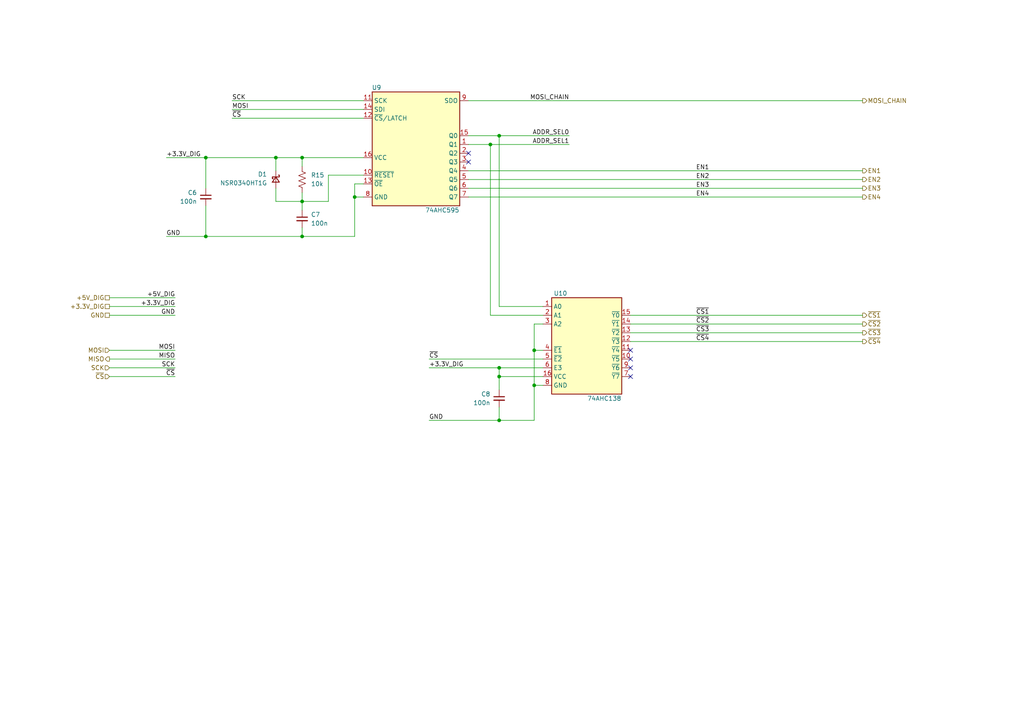
<source format=kicad_sch>
(kicad_sch (version 20230121) (generator eeschema)
  (paper "A4")
  (lib_symbols
    (symbol "Custom-Capacitor:CL10B104KB8NNWC" (pin_numbers hide) (pin_names (offset 0.254) hide)
      (property "Reference" "C" (at 0.254 1.778 0))
      (property "Value" "100n" (at 0.254 -2.032 0))
      (symbol "CL10B104KB8NNWC_0_1"
        (polyline (pts (xy -1.524 -0.508) (xy 1.524 -0.508)) (stroke (width 0.3302)))
        (polyline (pts (xy -1.524 0.508) (xy 1.524 0.508)) (stroke (width 0.3048)))
      )
      (symbol "CL10B104KB8NNWC_1_1"
        (pin passive line (at 0 2.54 270) (length 2.032) (name "~") (number "1"))
        (pin passive line (at 0 -2.54 90) (length 2.032) (name "~") (number "2"))
      )
    )
    (symbol "Custom-Diode:NSR0340HT1G" (pin_numbers hide) (pin_names (offset 1.016) hide)
      (property "Reference" "D" (at 0 2.54 0))
      (property "Value" "NSR0340HT1G" (at 0 -2.54 0))
      (symbol "NSR0340HT1G_0_1"
        (polyline (pts (xy -0.762 0) (xy 0.762 0)))
        (polyline (pts (xy 0.762 -1.016) (xy -0.762 0) (xy 0.762 1.016) (xy 0.762 -1.016)) (stroke (width 0.254)))
        (polyline (pts (xy -1.27 0.762) (xy -1.27 1.016) (xy -0.762 1.016) (xy -0.762 -1.016) (xy -0.254 -1.016) (xy -0.254 -0.762)) (stroke (width 0.254)))
      )
      (symbol "NSR0340HT1G_1_1"
        (pin passive line (at -2.54 0 0) (length 1.778) (name "K") (number "1"))
        (pin passive line (at 2.54 0 180) (length 1.778) (name "A") (number "2"))
      )
    )
    (symbol "Custom-InterfaceIC:74AHC595"
      (property "Reference" "U" (at -11.43 17.78 0))
      (property "Value" "74AHC595" (at -7.62 -17.78 0))
      (symbol "74AHC595_1_0"
        (pin tri_state line (at 15.24 1.27 180) (length 2.54) (name "Q1") (number "1"))
        (pin input line (at -15.24 -7.62 0) (length 2.54) (name "~{RESET}") (number "10"))
        (pin input line (at -15.24 13.97 0) (length 2.54) (name "SCK") (number "11"))
        (pin input line (at -15.24 8.89 0) (length 2.54) (name "~{CS}/LATCH") (number "12"))
        (pin input line (at -15.24 -10.16 0) (length 2.54) (name "~{OE}") (number "13"))
        (pin input line (at -15.24 11.43 0) (length 2.54) (name "SDI") (number "14"))
        (pin tri_state line (at 15.24 3.81 180) (length 2.54) (name "Q0") (number "15"))
        (pin power_in line (at -15.24 -2.54 0) (length 2.54) (name "VCC") (number "16"))
        (pin tri_state line (at 15.24 -1.27 180) (length 2.54) (name "Q2") (number "2"))
        (pin tri_state line (at 15.24 -3.81 180) (length 2.54) (name "Q3") (number "3"))
        (pin tri_state line (at 15.24 -6.35 180) (length 2.54) (name "Q4") (number "4"))
        (pin tri_state line (at 15.24 -8.89 180) (length 2.54) (name "Q5") (number "5"))
        (pin tri_state line (at 15.24 -11.43 180) (length 2.54) (name "Q6") (number "6"))
        (pin tri_state line (at 15.24 -13.97 180) (length 2.54) (name "Q7") (number "7"))
        (pin power_in line (at -15.24 -13.97 0) (length 2.54) (name "GND") (number "8"))
        (pin output line (at 15.24 13.97 180) (length 2.54) (name "SDO") (number "9"))
      )
      (symbol "74AHC595_1_1"
        (rectangle (start -12.7 16.51) (end 12.7 -16.51) (stroke (width 0.254)) (fill (type background)))
      )
    )
    (symbol "Custom-LogicIC:74AHC138"
      (property "Reference" "U" (at -8.89 15.24 0))
      (property "Value" "74AHC138" (at 5.08 -15.24 0))
      (symbol "74AHC138_1_0"
        (pin input line (at -12.7 11.43 0) (length 2.54) (name "A0") (number "1"))
        (pin output line (at 12.7 -3.81 180) (length 2.54) (name "~{Y5}") (number "10"))
        (pin output line (at 12.7 -1.27 180) (length 2.54) (name "~{Y4}") (number "11"))
        (pin output line (at 12.7 1.27 180) (length 2.54) (name "~{Y3}") (number "12"))
        (pin output line (at 12.7 3.81 180) (length 2.54) (name "~{Y2}") (number "13"))
        (pin output line (at 12.7 6.35 180) (length 2.54) (name "~{Y1}") (number "14"))
        (pin output line (at 12.7 8.89 180) (length 2.54) (name "~{Y0}") (number "15"))
        (pin power_in line (at -12.7 -8.89 0) (length 2.54) (name "VCC") (number "16"))
        (pin input line (at -12.7 8.89 0) (length 2.54) (name "A1") (number "2"))
        (pin input line (at -12.7 6.35 0) (length 2.54) (name "A2") (number "3"))
        (pin input line (at -12.7 -1.27 0) (length 2.54) (name "~{E1}") (number "4"))
        (pin input line (at -12.7 -3.81 0) (length 2.54) (name "~{E2}") (number "5"))
        (pin input line (at -12.7 -6.35 0) (length 2.54) (name "E3") (number "6"))
        (pin output line (at 12.7 -8.89 180) (length 2.54) (name "~{Y7}") (number "7"))
        (pin power_in line (at -12.7 -11.43 0) (length 2.54) (name "GND") (number "8"))
        (pin output line (at 12.7 -6.35 180) (length 2.54) (name "~{Y6}") (number "9"))
      )
      (symbol "74AHC138_1_1"
        (rectangle (start -10.16 13.97) (end 10.16 -13.97) (stroke (width 0.254)) (fill (type background)))
      )
    )
    (symbol "Custom-Resistor:RMCF0603FT10K0" (pin_numbers hide) (pin_names (offset 0))
      (property "Reference" "R" (at 2.54 0 90))
      (property "Value" "10k" (at -2.54 0 90))
      (symbol "RMCF0603FT10K0_0_1"
        (polyline (pts (xy 0 -2.286) (xy 0 -2.54)))
        (polyline (pts (xy 0 2.286) (xy 0 2.54)))
        (polyline (pts (xy 0 -0.762) (xy 1.016 -1.143) (xy 0 -1.524) (xy -1.016 -1.905) (xy 0 -2.286)))
        (polyline (pts (xy 0 0.762) (xy 1.016 0.381) (xy 0 0) (xy -1.016 -0.381) (xy 0 -0.762)))
        (polyline (pts (xy 0 2.286) (xy 1.016 1.905) (xy 0 1.524) (xy -1.016 1.143) (xy 0 0.762)))
      )
      (symbol "RMCF0603FT10K0_1_1"
        (pin passive line (at 0 3.81 270) (length 1.27) (name "~") (number "1"))
        (pin passive line (at 0 -3.81 90) (length 1.27) (name "~") (number "2"))
      )
    )
  )
  (junction (at 144.78 106.68))
  (junction (at 142.24 41.91))
  (junction (at 144.78 109.22))
  (junction (at 102.87 57.15))
  (junction (at 154.94 111.76))
  (junction (at 87.63 58.42))
  (junction (at 59.69 68.58))
  (junction (at 80.01 45.72))
  (junction (at 144.78 39.37))
  (junction (at 144.78 121.92))
  (junction (at 87.63 68.58))
  (junction (at 59.69 45.72))
  (junction (at 154.94 101.6))
  (junction (at 87.63 45.72))
  (no_connect (at 182.88 109.22))
  (no_connect (at 182.88 101.6))
  (no_connect (at 182.88 104.14))
  (no_connect (at 135.89 46.99))
  (no_connect (at 135.89 44.45))
  (no_connect (at 182.88 106.68))
  (wire (pts (xy 67.31 34.29) (xy 105.41 34.29)))
  (wire (pts (xy 144.78 109.22) (xy 144.78 113.03)))
  (wire (pts (xy 154.94 111.76) (xy 154.94 121.92)))
  (wire (pts (xy 87.63 45.72) (xy 87.63 48.26)))
  (wire (pts (xy 102.87 57.15) (xy 102.87 68.58)))
  (wire (pts (xy 124.46 106.68) (xy 144.78 106.68)))
  (wire (pts (xy 80.01 58.42) (xy 87.63 58.42)))
  (wire (pts (xy 105.41 53.34) (xy 102.87 53.34)))
  (wire (pts (xy 144.78 121.92) (xy 154.94 121.92)))
  (wire (pts (xy 154.94 101.6) (xy 154.94 93.98)))
  (wire (pts (xy 105.41 57.15) (xy 102.87 57.15)))
  (wire (pts (xy 95.25 58.42) (xy 95.25 50.8)))
  (wire (pts (xy 135.89 41.91) (xy 142.24 41.91)))
  (wire (pts (xy 124.46 104.14) (xy 157.48 104.14)))
  (wire (pts (xy 48.26 68.58) (xy 59.69 68.58)))
  (wire (pts (xy 144.78 118.11) (xy 144.78 121.92)))
  (wire (pts (xy 135.89 57.15) (xy 250.19 57.15)))
  (wire (pts (xy 50.8 91.44) (xy 31.75 91.44)))
  (wire (pts (xy 157.48 88.9) (xy 144.78 88.9)))
  (wire (pts (xy 142.24 41.91) (xy 165.1 41.91)))
  (wire (pts (xy 182.88 93.98) (xy 250.19 93.98)))
  (wire (pts (xy 59.69 54.61) (xy 59.69 45.72)))
  (wire (pts (xy 87.63 68.58) (xy 102.87 68.58)))
  (wire (pts (xy 144.78 88.9) (xy 144.78 39.37)))
  (wire (pts (xy 157.48 111.76) (xy 154.94 111.76)))
  (wire (pts (xy 144.78 106.68) (xy 144.78 109.22)))
  (wire (pts (xy 135.89 52.07) (xy 250.19 52.07)))
  (wire (pts (xy 59.69 68.58) (xy 59.69 59.69)))
  (wire (pts (xy 95.25 50.8) (xy 105.41 50.8)))
  (wire (pts (xy 144.78 39.37) (xy 165.1 39.37)))
  (wire (pts (xy 50.8 86.36) (xy 31.75 86.36)))
  (wire (pts (xy 154.94 93.98) (xy 157.48 93.98)))
  (wire (pts (xy 135.89 54.61) (xy 250.19 54.61)))
  (wire (pts (xy 50.8 106.68) (xy 31.75 106.68)))
  (wire (pts (xy 87.63 45.72) (xy 105.41 45.72)))
  (wire (pts (xy 87.63 58.42) (xy 95.25 58.42)))
  (wire (pts (xy 154.94 101.6) (xy 157.48 101.6)))
  (wire (pts (xy 48.26 45.72) (xy 59.69 45.72)))
  (wire (pts (xy 142.24 41.91) (xy 142.24 91.44)))
  (wire (pts (xy 67.31 31.75) (xy 105.41 31.75)))
  (wire (pts (xy 87.63 55.88) (xy 87.63 58.42)))
  (wire (pts (xy 87.63 58.42) (xy 87.63 60.96)))
  (wire (pts (xy 50.8 88.9) (xy 31.75 88.9)))
  (wire (pts (xy 157.48 106.68) (xy 144.78 106.68)))
  (wire (pts (xy 144.78 109.22) (xy 157.48 109.22)))
  (wire (pts (xy 124.46 121.92) (xy 144.78 121.92)))
  (wire (pts (xy 142.24 91.44) (xy 157.48 91.44)))
  (wire (pts (xy 59.69 45.72) (xy 80.01 45.72)))
  (wire (pts (xy 182.88 99.06) (xy 250.19 99.06)))
  (wire (pts (xy 182.88 96.52) (xy 250.19 96.52)))
  (wire (pts (xy 80.01 45.72) (xy 87.63 45.72)))
  (wire (pts (xy 50.8 101.6) (xy 31.75 101.6)))
  (wire (pts (xy 135.89 49.53) (xy 250.19 49.53)))
  (wire (pts (xy 87.63 66.04) (xy 87.63 68.58)))
  (wire (pts (xy 59.69 68.58) (xy 87.63 68.58)))
  (wire (pts (xy 135.89 29.21) (xy 250.19 29.21)))
  (wire (pts (xy 182.88 91.44) (xy 250.19 91.44)))
  (wire (pts (xy 154.94 111.76) (xy 154.94 101.6)))
  (wire (pts (xy 102.87 53.34) (xy 102.87 57.15)))
  (wire (pts (xy 67.31 29.21) (xy 105.41 29.21)))
  (wire (pts (xy 80.01 45.72) (xy 80.01 49.53)))
  (wire (pts (xy 135.89 39.37) (xy 144.78 39.37)))
  (wire (pts (xy 50.8 109.22) (xy 31.75 109.22)))
  (wire (pts (xy 50.8 104.14) (xy 31.75 104.14)))
  (wire (pts (xy 80.01 54.61) (xy 80.01 58.42)))
  (label "~{CS3}" (at 205.74 96.52 180))
  (label "MOSI_CHAIN" (at 165.1 29.21 180))
  (label "GND" (at 50.8 91.44 180))
  (label "MOSI" (at 50.8 101.6 180))
  (label "+3.3V_DIG" (at 124.46 106.68 0))
  (label "ADDR_SEL0" (at 165.1 39.37 180))
  (label "GND" (at 48.26 68.58 0))
  (label "~{CS4}" (at 205.74 99.06 180))
  (label "~{CS}" (at 50.8 109.22 180))
  (label "MISO" (at 50.8 104.14 180))
  (label "SCK" (at 50.8 106.68 180))
  (label "~{CS}" (at 124.46 104.14 0))
  (label "+3.3V_DIG" (at 48.26 45.72 0))
  (label "EN3" (at 205.74 54.61 180))
  (label "EN2" (at 205.74 52.07 180))
  (label "ADDR_SEL1" (at 165.1 41.91 180))
  (label "SCK" (at 67.31 29.21 0))
  (label "+5V_DIG" (at 50.8 86.36 180))
  (label "~{CS}" (at 67.31 34.29 0))
  (label "MOSI" (at 67.31 31.75 0))
  (label "EN1" (at 205.74 49.53 180))
  (label "~{CS2}" (at 205.74 93.98 180))
  (label "+3.3V_DIG" (at 50.8 88.9 180))
  (label "GND" (at 124.46 121.92 0))
  (label "EN4" (at 205.74 57.15 180))
  (label "~{CS1}" (at 205.74 91.44 180))
  (hierarchical_label "~{CS2}" (shape output) (at 250.19 93.98 0))
  (hierarchical_label "+3.3V_DIG" (shape passive) (at 31.75 88.9 180))
  (hierarchical_label "~{CS}" (shape input) (at 31.75 109.22 180))
  (hierarchical_label "MOSI" (shape input) (at 31.75 101.6 180))
  (hierarchical_label "MISO" (shape output) (at 31.75 104.14 180))
  (hierarchical_label "SCK" (shape input) (at 31.75 106.68 180))
  (hierarchical_label "EN1" (shape output) (at 250.19 49.53 0))
  (hierarchical_label "EN3" (shape output) (at 250.19 54.61 0))
  (hierarchical_label "+5V_DIG" (shape passive) (at 31.75 86.36 180))
  (hierarchical_label "EN2" (shape output) (at 250.19 52.07 0))
  (hierarchical_label "EN4" (shape output) (at 250.19 57.15 0))
  (hierarchical_label "~{CS1}" (shape output) (at 250.19 91.44 0))
  (hierarchical_label "GND" (shape passive) (at 31.75 91.44 180))
  (hierarchical_label "~{CS4}" (shape output) (at 250.19 99.06 0))
  (hierarchical_label "MOSI_CHAIN" (shape output) (at 250.19 29.21 0))
  (hierarchical_label "~{CS3}" (shape output) (at 250.19 96.52 0))
  (symbol (lib_id "Custom-Resistor:RMCF0603FT10K0") (at 87.63 52.07 0) (unit 1)
    (property "Reference" "R15" (at 90.17 50.8 0) (effects (justify left)))
    (property "Value" "10k" (at 90.17 53.34 0) (effects (justify left)))
    (property "Footprint" "Resistor_SMD:R_0603_1608Metric_Pad0.98x0.95mm_HandSolder" (effects hide))
    (property "Datasheet" "https://www.seielect.com/Catalog/SEI-RMCF_RMCP.pdf" (effects hide))
    (property "Manufacturer" "Stackpole Electronics Inc" (effects hide))
    (property "Part Number" "RMCF0603FT10K0" (effects hide))
  )
  (symbol (lib_id "Custom-LogicIC:74AHC138") (at 170.18 100.33 0) (unit 1)
    (property "Reference" "U10" (at 162.56 85.09 0))
    (property "Value" "74AHC138" (at 175.26 115.57 0))
    (property "Footprint" "Package_SO:TSSOP-16_4.4x5mm_P0.65mm" (effects hide))
    (property "Datasheet" "https://www.diodes.com/assets/Datasheets/74AHC138.pdf" (effects hide))
    (property "Manufacturer" "Diodes Incorporated" (effects hide))
    (property "Part Number" "74AHC138T16-13" (effects hide))
  )
  (symbol (lib_id "Custom-Diode:NSR0340HT1G") (at 80.01 52.07 270) (unit 1)
    (property "Reference" "D1" (at 77.47 50.546 90) (effects (justify right)))
    (property "Value" "NSR0340HT1G" (at 77.47 53.086 90) (effects (justify right)))
    (property "Footprint" "Diode_SMD:D_SOD-323_HandSoldering" (effects hide))
    (property "Datasheet" "https://www.onsemi.com/pdf/datasheet/nsr0340h-d.pdf" (effects hide))
    (property "Manufacturer" "onsemi" (effects hide))
    (property "Part Number" "NSR0340HT1G" (effects hide))
  )
  (symbol (lib_id "Custom-Capacitor:CL10B104KB8NNWC") (at 144.78 115.57 0) (mirror y) (unit 1)
    (property "Reference" "C8" (at 142.24 114.3063 0) (effects (justify left)))
    (property "Value" "100n" (at 142.24 116.8463 0) (effects (justify left)))
    (property "Footprint" "Capacitor_SMD:C_0603_1608Metric_Pad1.08x0.95mm_HandSolder" (effects hide))
    (property "Datasheet" "https://product.samsungsem.com/mlcc/CL31B106KAHNFN.do" (effects hide))
    (property "Manufacturer" "Samsung Electro-Mechanics" (effects hide))
    (property "Part Number" "CL10B104KB8NNWC" (effects hide))
  )
  (symbol (lib_id "Custom-Capacitor:CL10B104KB8NNWC") (at 87.63 63.5 0) (unit 1)
    (property "Reference" "C7" (at 90.17 62.2363 0) (effects (justify left)))
    (property "Value" "100n" (at 90.17 64.7763 0) (effects (justify left)))
    (property "Footprint" "Capacitor_SMD:C_0603_1608Metric_Pad1.08x0.95mm_HandSolder" (effects hide))
    (property "Datasheet" "https://product.samsungsem.com/mlcc/CL31B106KAHNFN.do" (effects hide))
    (property "Manufacturer" "Samsung Electro-Mechanics" (effects hide))
    (property "Part Number" "CL10B104KB8NNWC" (effects hide))
  )
  (symbol (lib_id "Custom-InterfaceIC:74AHC595") (at 120.65 43.18 0) (unit 1)
    (property "Reference" "U9" (at 109.22 25.4 0))
    (property "Value" "74AHC595" (at 128.27 60.96 0))
    (property "Footprint" "Package_SO:TSSOP-16_4.4x5mm_P0.65mm" (effects hide))
    (property "Datasheet" "https://www.diodes.com/assets/Datasheets/74AHC595.pdf" (effects hide))
    (property "Manufacturer" "Diodes Incorporated" (effects hide))
    (property "Part Number" "74AHC595T16-13" (effects hide))
  )
  (symbol (lib_id "Custom-Capacitor:CL10B104KB8NNWC") (at 59.69 57.15 0) (mirror y) (unit 1)
    (property "Reference" "C6" (at 57.15 55.8863 0) (effects (justify left)))
    (property "Value" "100n" (at 57.15 58.4263 0) (effects (justify left)))
    (property "Footprint" "Capacitor_SMD:C_0603_1608Metric_Pad1.08x0.95mm_HandSolder" (effects hide))
    (property "Datasheet" "https://product.samsungsem.com/mlcc/CL31B106KAHNFN.do" (effects hide))
    (property "Manufacturer" "Samsung Electro-Mechanics" (effects hide))
    (property "Part Number" "CL10B104KB8NNWC" (effects hide))
  )
)
</source>
